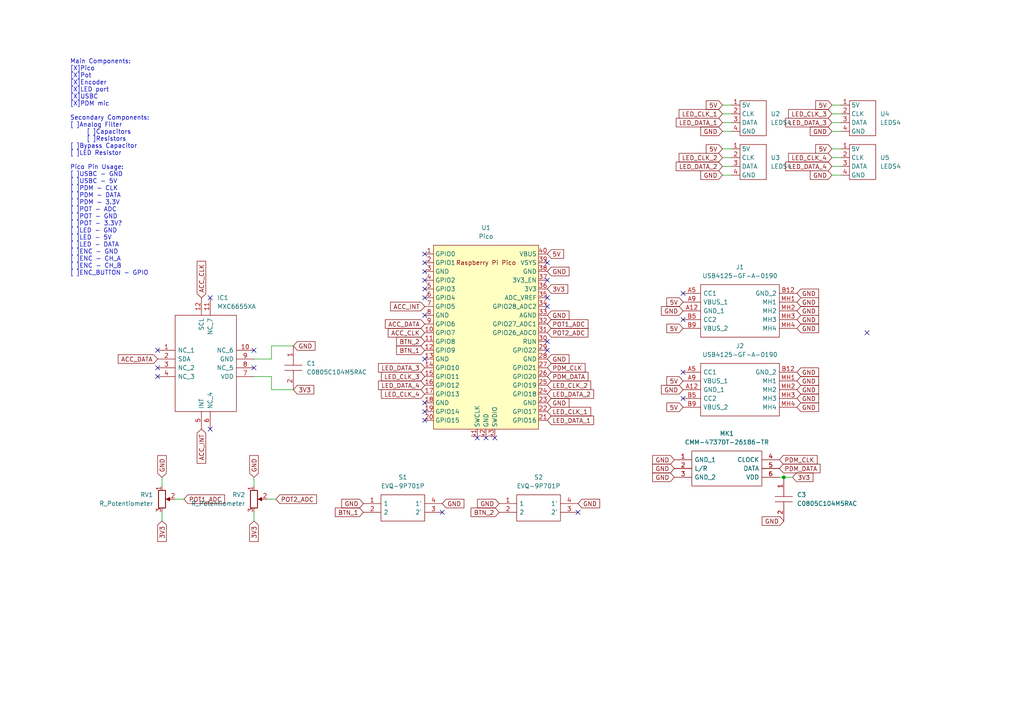
<source format=kicad_sch>
(kicad_sch (version 20211123) (generator eeschema)
  (paper "A4")
  (lib_symbols
    (symbol "CustomParts:LEDS4"
      (property "Reference" "U" (at 0 0 0))
      (property "Value" "LEDS4" (at 0 0 0))
      (symbol "LEDS4_0_1"
        (rectangle (start -3.81 -1.27) (end 3.81 -11.43))
      )
      (symbol "LEDS4_1_1"
        (pin input line (at -6.35 -2.54 0) (length 2.54) (name "5V") (number "1"))
        (pin input line (at -6.35 -5.08 0) (length 2.54) (name "CLK") (number "2"))
        (pin input line (at -6.35 -7.62 0) (length 2.54) (name "DATA") (number "3"))
        (pin input line (at -6.35 -10.16 0) (length 2.54) (name "GND") (number "4"))
      )
    )
    (symbol "Device:R_Potentiometer" (pin_names (offset 1.016) hide)
      (property "Reference" "RV" (at -4.445 0 90))
      (property "Value" "R_Potentiometer" (at -2.54 0 90))
      (symbol "R_Potentiometer_0_1"
        (polyline (pts (xy 2.54 0) (xy 1.524 0)))
        (polyline (pts (xy 1.143 0) (xy 2.286 0.508) (xy 2.286 -0.508) (xy 1.143 0)) (fill (type outline)))
        (rectangle (start 1.016 2.54) (end -1.016 -2.54) (stroke (width 0.254)))
      )
      (symbol "R_Potentiometer_1_1"
        (pin passive line (at 0 3.81 270) (length 1.27) (name "1") (number "1"))
        (pin passive line (at 3.81 0 180) (length 1.27) (name "2") (number "2"))
        (pin passive line (at 0 -3.81 90) (length 1.27) (name "3") (number "3"))
      )
    )
    (symbol "LEDS4_1"
      (property "Reference" "U" (at 0 0 0))
      (property "Value" "LEDS4_1" (at 0 0 0))
      (symbol "LEDS4_1_0_1"
        (rectangle (start -3.81 -1.27) (end 3.81 -11.43))
      )
      (symbol "LEDS4_1_1_1"
        (pin input line (at -6.35 -2.54 0) (length 2.54) (name "5V") (number "1"))
        (pin input line (at -6.35 -5.08 0) (length 2.54) (name "CLK") (number "2"))
        (pin input line (at -6.35 -7.62 0) (length 2.54) (name "DATA") (number "3"))
        (pin input line (at -6.35 -10.16 0) (length 2.54) (name "GND") (number "4"))
      )
    )
    (symbol "LEDS4_2"
      (property "Reference" "U" (at 0 0 0))
      (property "Value" "LEDS4_2" (at 0 0 0))
      (symbol "LEDS4_2_0_1"
        (rectangle (start -3.81 -1.27) (end 3.81 -11.43))
      )
      (symbol "LEDS4_2_1_1"
        (pin input line (at -6.35 -2.54 0) (length 2.54) (name "5V") (number "1"))
        (pin input line (at -6.35 -5.08 0) (length 2.54) (name "CLK") (number "2"))
        (pin input line (at -6.35 -7.62 0) (length 2.54) (name "DATA") (number "3"))
        (pin input line (at -6.35 -10.16 0) (length 2.54) (name "GND") (number "4"))
      )
    )
    (symbol "LEDS4_3"
      (property "Reference" "U" (at 0 0 0))
      (property "Value" "LEDS4_3" (at 0 0 0))
      (symbol "LEDS4_3_0_1"
        (rectangle (start -3.81 -1.27) (end 3.81 -11.43))
      )
      (symbol "LEDS4_3_1_1"
        (pin input line (at -6.35 -2.54 0) (length 2.54) (name "5V") (number "1"))
        (pin input line (at -6.35 -5.08 0) (length 2.54) (name "CLK") (number "2"))
        (pin input line (at -6.35 -7.62 0) (length 2.54) (name "DATA") (number "3"))
        (pin input line (at -6.35 -10.16 0) (length 2.54) (name "GND") (number "4"))
      )
    )
    (symbol "MCU_RaspberryPi_and_Boards:Pico"
      (property "Reference" "U" (at -13.97 27.94 0))
      (property "Value" "Pico" (at 0 19.05 0))
      (symbol "Pico_0_0"
        (text "Raspberry Pi Pico" (at 0 21.59 0) (effects (font (size 1.27 1.27))))
      )
      (symbol "Pico_0_1"
        (rectangle (start -15.24 26.67) (end 15.24 -26.67) (fill (type background)))
      )
      (symbol "Pico_1_1"
        (pin bidirectional line (at -17.78 24.13 0) (length 2.54) (name "GPIO0") (number "1"))
        (pin bidirectional line (at -17.78 1.27 0) (length 2.54) (name "GPIO7") (number "10"))
        (pin bidirectional line (at -17.78 -1.27 0) (length 2.54) (name "GPIO8") (number "11"))
        (pin bidirectional line (at -17.78 -3.81 0) (length 2.54) (name "GPIO9") (number "12"))
        (pin power_in line (at -17.78 -6.35 0) (length 2.54) (name "GND") (number "13"))
        (pin bidirectional line (at -17.78 -8.89 0) (length 2.54) (name "GPIO10") (number "14"))
        (pin bidirectional line (at -17.78 -11.43 0) (length 2.54) (name "GPIO11") (number "15"))
        (pin bidirectional line (at -17.78 -13.97 0) (length 2.54) (name "GPIO12") (number "16"))
        (pin bidirectional line (at -17.78 -16.51 0) (length 2.54) (name "GPIO13") (number "17"))
        (pin power_in line (at -17.78 -19.05 0) (length 2.54) (name "GND") (number "18"))
        (pin bidirectional line (at -17.78 -21.59 0) (length 2.54) (name "GPIO14") (number "19"))
        (pin bidirectional line (at -17.78 21.59 0) (length 2.54) (name "GPIO1") (number "2"))
        (pin bidirectional line (at -17.78 -24.13 0) (length 2.54) (name "GPIO15") (number "20"))
        (pin bidirectional line (at 17.78 -24.13 180) (length 2.54) (name "GPIO16") (number "21"))
        (pin bidirectional line (at 17.78 -21.59 180) (length 2.54) (name "GPIO17") (number "22"))
        (pin power_in line (at 17.78 -19.05 180) (length 2.54) (name "GND") (number "23"))
        (pin bidirectional line (at 17.78 -16.51 180) (length 2.54) (name "GPIO18") (number "24"))
        (pin bidirectional line (at 17.78 -13.97 180) (length 2.54) (name "GPIO19") (number "25"))
        (pin bidirectional line (at 17.78 -11.43 180) (length 2.54) (name "GPIO20") (number "26"))
        (pin bidirectional line (at 17.78 -8.89 180) (length 2.54) (name "GPIO21") (number "27"))
        (pin power_in line (at 17.78 -6.35 180) (length 2.54) (name "GND") (number "28"))
        (pin bidirectional line (at 17.78 -3.81 180) (length 2.54) (name "GPIO22") (number "29"))
        (pin power_in line (at -17.78 19.05 0) (length 2.54) (name "GND") (number "3"))
        (pin input line (at 17.78 -1.27 180) (length 2.54) (name "RUN") (number "30"))
        (pin bidirectional line (at 17.78 1.27 180) (length 2.54) (name "GPIO26_ADC0") (number "31"))
        (pin bidirectional line (at 17.78 3.81 180) (length 2.54) (name "GPIO27_ADC1") (number "32"))
        (pin power_in line (at 17.78 6.35 180) (length 2.54) (name "AGND") (number "33"))
        (pin bidirectional line (at 17.78 8.89 180) (length 2.54) (name "GPIO28_ADC2") (number "34"))
        (pin power_in line (at 17.78 11.43 180) (length 2.54) (name "ADC_VREF") (number "35"))
        (pin power_in line (at 17.78 13.97 180) (length 2.54) (name "3V3") (number "36"))
        (pin input line (at 17.78 16.51 180) (length 2.54) (name "3V3_EN") (number "37"))
        (pin bidirectional line (at 17.78 19.05 180) (length 2.54) (name "GND") (number "38"))
        (pin power_in line (at 17.78 21.59 180) (length 2.54) (name "VSYS") (number "39"))
        (pin bidirectional line (at -17.78 16.51 0) (length 2.54) (name "GPIO2") (number "4"))
        (pin power_in line (at 17.78 24.13 180) (length 2.54) (name "VBUS") (number "40"))
        (pin input line (at -2.54 -29.21 90) (length 2.54) (name "SWCLK") (number "41"))
        (pin power_in line (at 0 -29.21 90) (length 2.54) (name "GND") (number "42"))
        (pin bidirectional line (at 2.54 -29.21 90) (length 2.54) (name "SWDIO") (number "43"))
        (pin bidirectional line (at -17.78 13.97 0) (length 2.54) (name "GPIO3") (number "5"))
        (pin bidirectional line (at -17.78 11.43 0) (length 2.54) (name "GPIO4") (number "6"))
        (pin bidirectional line (at -17.78 8.89 0) (length 2.54) (name "GPIO5") (number "7"))
        (pin power_in line (at -17.78 6.35 0) (length 2.54) (name "GND") (number "8"))
        (pin bidirectional line (at -17.78 3.81 0) (length 2.54) (name "GPIO6") (number "9"))
      )
    )
    (symbol "SamacSys_Parts:C0805C104M5RAC" (pin_names (offset 0.762))
      (property "Reference" "C" (at 8.89 6.35 0))
      (property "Value" "C0805C104M5RAC" (at 8.89 3.81 0))
      (symbol "C0805C104M5RAC_0_0"
        (pin passive line (at 0 0 0) (length 5.08) (name "~") (number "1"))
        (pin passive line (at 12.7 0 180) (length 5.08) (name "~") (number "2"))
      )
      (symbol "C0805C104M5RAC_0_1"
        (polyline (pts (xy 5.08 0) (xy 5.588 0)) (stroke (width 0.1524)))
        (polyline (pts (xy 5.588 2.54) (xy 5.588 -2.54)) (stroke (width 0.1524)))
        (polyline (pts (xy 7.112 0) (xy 7.62 0)) (stroke (width 0.1524)))
        (polyline (pts (xy 7.112 2.54) (xy 7.112 -2.54)) (stroke (width 0.1524)))
      )
    )
    (symbol "SamacSys_Parts:CMM-4737DT-26186-TR" (pin_names (offset 0.762))
      (property "Reference" "MK" (at 26.67 7.62 0))
      (property "Value" "CMM-4737DT-26186-TR" (at 26.67 5.08 0))
      (symbol "CMM-4737DT-26186-TR_0_0"
        (pin passive line (at 0 0 0) (length 5.08) (name "GND_1") (number "1"))
        (pin passive line (at 0 -2.54 0) (length 5.08) (name "L/R") (number "2"))
        (pin passive line (at 0 -5.08 0) (length 5.08) (name "GND_2") (number "3"))
        (pin passive line (at 30.48 0 180) (length 5.08) (name "CLOCK") (number "4"))
        (pin passive line (at 30.48 -2.54 180) (length 5.08) (name "DATA") (number "5"))
        (pin passive line (at 30.48 -5.08 180) (length 5.08) (name "VDD") (number "6"))
      )
      (symbol "CMM-4737DT-26186-TR_0_1"
        (polyline (pts (xy 5.08 2.54) (xy 25.4 2.54) (xy 25.4 -7.62) (xy 5.08 -7.62) (xy 5.08 2.54)) (stroke (width 0.1524)))
      )
    )
    (symbol "SamacSys_Parts:EVQ-9P701P" (pin_names (offset 0.762))
      (property "Reference" "S" (at 19.05 7.62 0))
      (property "Value" "EVQ-9P701P" (at 19.05 5.08 0))
      (symbol "EVQ-9P701P_0_0"
        (pin passive line (at 0 0 0) (length 5.08) (name "1") (number "1"))
        (pin passive line (at 0 -2.54 0) (length 5.08) (name "2") (number "2"))
        (pin passive line (at 22.86 -2.54 180) (length 5.08) (name "2'") (number "3"))
        (pin passive line (at 22.86 0 180) (length 5.08) (name "1'") (number "4"))
      )
      (symbol "EVQ-9P701P_0_1"
        (polyline (pts (xy 5.08 2.54) (xy 17.78 2.54) (xy 17.78 -5.08) (xy 5.08 -5.08) (xy 5.08 2.54)) (stroke (width 0.1524)))
      )
    )
    (symbol "SamacSys_Parts:MXC6655XA" (pin_names (offset 0.762))
      (property "Reference" "IC" (at 24.13 15.24 0))
      (property "Value" "MXC6655XA" (at 24.13 12.7 0))
      (symbol "MXC6655XA_0_0"
        (pin passive line (at 0 0 0) (length 5.08) (name "NC_1") (number "1"))
        (pin passive line (at 27.94 0 180) (length 5.08) (name "NC_6") (number "10"))
        (pin passive line (at 15.24 15.24 270) (length 5.08) (name "NC_7") (number "11"))
        (pin passive line (at 12.7 15.24 270) (length 5.08) (name "SCL") (number "12"))
        (pin passive line (at 0 -2.54 0) (length 5.08) (name "SDA") (number "2"))
        (pin passive line (at 0 -5.08 0) (length 5.08) (name "NC_2") (number "3"))
        (pin passive line (at 0 -7.62 0) (length 5.08) (name "NC_3") (number "4"))
        (pin passive line (at 12.7 -22.86 90) (length 5.08) (name "INT") (number "5"))
        (pin passive line (at 15.24 -22.86 90) (length 5.08) (name "NC_4") (number "6"))
        (pin passive line (at 27.94 -7.62 180) (length 5.08) (name "VDD") (number "7"))
        (pin passive line (at 27.94 -5.08 180) (length 5.08) (name "NC_5") (number "8"))
        (pin passive line (at 27.94 -2.54 180) (length 5.08) (name "GND") (number "9"))
      )
      (symbol "MXC6655XA_0_1"
        (polyline (pts (xy 5.08 10.16) (xy 22.86 10.16) (xy 22.86 -17.78) (xy 5.08 -17.78) (xy 5.08 10.16)) (stroke (width 0.1524)))
      )
    )
    (symbol "SamacSys_Parts:USB4125-GF-A-0190" (pin_names (offset 0.762))
      (property "Reference" "J" (at 29.21 7.62 0))
      (property "Value" "USB4125-GF-A-0190" (at 29.21 5.08 0))
      (symbol "USB4125-GF-A-0190_0_0"
        (pin passive line (at 0 -5.08 0) (length 5.08) (name "GND_1") (number "A12"))
        (pin passive line (at 0 0 0) (length 5.08) (name "CC1") (number "A5"))
        (pin passive line (at 0 -2.54 0) (length 5.08) (name "VBUS_1") (number "A9"))
        (pin passive line (at 33.02 0 180) (length 5.08) (name "GND_2") (number "B12"))
        (pin passive line (at 0 -7.62 0) (length 5.08) (name "CC2") (number "B5"))
        (pin passive line (at 0 -10.16 0) (length 5.08) (name "VBUS_2") (number "B9"))
        (pin passive line (at 33.02 -2.54 180) (length 5.08) (name "MH1") (number "MH1"))
        (pin passive line (at 33.02 -5.08 180) (length 5.08) (name "MH2") (number "MH2"))
        (pin passive line (at 33.02 -7.62 180) (length 5.08) (name "MH3") (number "MH3"))
        (pin passive line (at 33.02 -10.16 180) (length 5.08) (name "MH4") (number "MH4"))
      )
      (symbol "USB4125-GF-A-0190_0_1"
        (polyline (pts (xy 5.08 2.54) (xy 27.94 2.54) (xy 27.94 -12.7) (xy 5.08 -12.7) (xy 5.08 2.54)) (stroke (width 0.1524)))
      )
    )
  )
  (junction (at 227.33 138.43))
  (no_connect (at 158.75 101.6))
  (no_connect (at 123.19 121.92))
  (no_connect (at 251.46 96.52))
  (no_connect (at 123.19 83.82))
  (no_connect (at 45.72 106.68))
  (no_connect (at 45.72 109.22))
  (no_connect (at 60.96 124.46))
  (no_connect (at 60.96 86.36))
  (no_connect (at 73.66 101.6))
  (no_connect (at 73.66 106.68))
  (no_connect (at 45.72 101.6))
  (no_connect (at 167.64 148.59))
  (no_connect (at 128.27 148.59))
  (no_connect (at 123.19 116.84))
  (no_connect (at 123.19 86.36))
  (no_connect (at 158.75 88.9))
  (no_connect (at 123.19 81.28))
  (no_connect (at 123.19 119.38))
  (no_connect (at 198.12 92.71))
  (no_connect (at 198.12 85.09))
  (no_connect (at 123.19 73.66))
  (no_connect (at 123.19 76.2))
  (no_connect (at 123.19 78.74))
  (no_connect (at 123.19 104.14))
  (no_connect (at 123.19 91.44))
  (no_connect (at 158.75 86.36))
  (no_connect (at 140.97 127))
  (no_connect (at 143.51 127))
  (no_connect (at 138.43 127))
  (no_connect (at 158.75 99.06))
  (no_connect (at 198.12 107.95))
  (no_connect (at 198.12 115.57))
  (no_connect (at 158.75 76.2))
  (no_connect (at 158.75 81.28))
  (wire (pts (xy 241.3 43.18) (xy 243.84 43.18)))
  (wire (pts (xy 78.74 100.33) (xy 85.09 100.33)))
  (wire (pts (xy 78.74 109.22) (xy 78.74 113.03)))
  (wire (pts (xy 241.3 30.48) (xy 243.84 30.48)))
  (wire (pts (xy 77.47 144.78) (xy 80.01 144.78)))
  (wire (pts (xy 73.66 138.43) (xy 73.66 140.97)))
  (wire (pts (xy 209.55 35.56) (xy 212.09 35.56)))
  (wire (pts (xy 241.3 48.26) (xy 243.84 48.26)))
  (wire (pts (xy 209.55 38.1) (xy 212.09 38.1)))
  (wire (pts (xy 241.3 35.56) (xy 243.84 35.56)))
  (wire (pts (xy 241.3 50.8) (xy 243.84 50.8)))
  (wire (pts (xy 209.55 48.26) (xy 212.09 48.26)))
  (wire (pts (xy 46.99 148.59) (xy 46.99 151.13)))
  (wire (pts (xy 209.55 30.48) (xy 212.09 30.48)))
  (wire (pts (xy 227.33 138.43) (xy 226.06 138.43)))
  (wire (pts (xy 209.55 50.8) (xy 212.09 50.8)))
  (wire (pts (xy 73.66 148.59) (xy 73.66 151.13)))
  (wire (pts (xy 229.87 138.43) (xy 227.33 138.43)))
  (wire (pts (xy 73.66 109.22) (xy 78.74 109.22)))
  (wire (pts (xy 73.66 104.14) (xy 78.74 104.14)))
  (wire (pts (xy 50.8 144.78) (xy 53.34 144.78)))
  (wire (pts (xy 78.74 104.14) (xy 78.74 100.33)))
  (wire (pts (xy 209.55 43.18) (xy 212.09 43.18)))
  (wire (pts (xy 78.74 113.03) (xy 85.09 113.03)))
  (wire (pts (xy 241.3 38.1) (xy 243.84 38.1)))
  (wire (pts (xy 209.55 33.02) (xy 212.09 33.02)))
  (wire (pts (xy 209.55 45.72) (xy 212.09 45.72)))
  (wire (pts (xy 241.3 45.72) (xy 243.84 45.72)))
  (wire (pts (xy 46.99 138.43) (xy 46.99 140.97)))
  (wire (pts (xy 241.3 33.02) (xy 243.84 33.02)))
  (text "Main Components:\n[X]Pico\n[X]Pot\n[X]Encoder\n[X]LED port\n[X]USBC\n[X]PDM mic\n\nSecondary Components:\n[ ]Analog Filter\n	[ ]Capacitors\n	[ ]Resistors\n[ ]Bypass Capacitor\n[ ]LED Resistor\n\nPico Pin Usage:\n[ ]USBC - GND\n[ ]USBC - 5V\n[ ]PDM - CLK\n[ ]PDM - DATA\n[ ]PDM - 3.3V\n[ ]POT - ADC\n[ ]POT - GND\n[ ]POT - 3.3V?\n[ ]LED - GND\n[ ]LED - 5V\n[ ]LED - DATA\n[ ]ENC - GND\n[ ]ENC - CH_A\n[ ]ENC - CH_B\n[ ]ENC_BUTTON - GPIO\n" (at 20.32 80.01 0) (effects (font (size 1.27 1.27)) (justify left bottom)))
  (global_label "GND" (shape input) (at 231.14 118.11 0) (property "Intersheet References" "${INTERSHEET_REFS}" (effects hide)))
  (global_label "LED_CLK_1" (shape input) (at 158.75 119.38 0) (property "Intersheet References" "${INTERSHEET_REFS}" (effects hide)))
  (global_label "BTN_2" (shape input) (at 144.78 148.59 180) (property "Intersheet References" "${INTERSHEET_REFS}" (effects hide)))
  (global_label "GND" (shape input) (at 167.64 146.05 0) (property "Intersheet References" "${INTERSHEET_REFS}" (effects hide)))
  (global_label "GND" (shape input) (at 231.14 92.71 0) (property "Intersheet References" "${INTERSHEET_REFS}" (effects hide)))
  (global_label "LED_DATA_3" (shape input) (at 123.19 106.68 180) (property "Intersheet References" "${INTERSHEET_REFS}" (effects hide)))
  (global_label "LED_CLK_3" (shape input) (at 241.3 33.02 180) (property "Intersheet References" "${INTERSHEET_REFS}" (effects hide)))
  (global_label "ACC_INT" (shape input) (at 58.42 124.46 270) (property "Intersheet References" "${INTERSHEET_REFS}" (effects hide)))
  (global_label "POT1_ADC" (shape input) (at 53.34 144.78 0) (property "Intersheet References" "${INTERSHEET_REFS}" (effects hide)))
  (global_label "GND" (shape input) (at 105.41 146.05 180) (property "Intersheet References" "${INTERSHEET_REFS}" (effects hide)))
  (global_label "GND" (shape input) (at 46.99 138.43 90) (property "Intersheet References" "${INTERSHEET_REFS}" (effects hide)))
  (global_label "LED_DATA_1" (shape input) (at 158.75 121.92 0) (property "Intersheet References" "${INTERSHEET_REFS}" (effects hide)))
  (global_label "GND" (shape input) (at 227.33 151.13 180) (property "Intersheet References" "${INTERSHEET_REFS}" (effects hide)))
  (global_label "3V3" (shape input) (at 46.99 151.13 270) (property "Intersheet References" "${INTERSHEET_REFS}" (effects hide)))
  (global_label "GND" (shape input) (at 85.09 100.33 0) (property "Intersheet References" "${INTERSHEET_REFS}" (effects hide)))
  (global_label "ACC_CLK" (shape input) (at 123.19 96.52 180) (property "Intersheet References" "${INTERSHEET_REFS}" (effects hide)))
  (global_label "PDM_CLK" (shape input) (at 226.06 133.35 0) (property "Intersheet References" "${INTERSHEET_REFS}" (effects hide)))
  (global_label "LED_CLK_1" (shape input) (at 209.55 33.02 180) (property "Intersheet References" "${INTERSHEET_REFS}" (effects hide)))
  (global_label "LED_DATA_4" (shape input) (at 123.19 111.76 180) (property "Intersheet References" "${INTERSHEET_REFS}" (effects hide)))
  (global_label "ACC_CLK" (shape input) (at 58.42 86.36 90) (property "Intersheet References" "${INTERSHEET_REFS}" (effects hide)))
  (global_label "GND" (shape input) (at 73.66 138.43 90) (property "Intersheet References" "${INTERSHEET_REFS}" (effects hide)))
  (global_label "GND" (shape input) (at 158.75 91.44 0) (property "Intersheet References" "${INTERSHEET_REFS}" (effects hide)))
  (global_label "BTN_1" (shape input) (at 105.41 148.59 180) (property "Intersheet References" "${INTERSHEET_REFS}" (effects hide)))
  (global_label "GND" (shape input) (at 241.3 38.1 180) (property "Intersheet References" "${INTERSHEET_REFS}" (effects hide)))
  (global_label "5V" (shape input) (at 158.75 73.66 0) (property "Intersheet References" "${INTERSHEET_REFS}" (effects hide)))
  (global_label "5V" (shape input) (at 209.55 43.18 180) (property "Intersheet References" "${INTERSHEET_REFS}" (effects hide)))
  (global_label "LED_CLK_2" (shape input) (at 158.75 111.76 0) (property "Intersheet References" "${INTERSHEET_REFS}" (effects hide)))
  (global_label "PDM_DATA" (shape input) (at 158.75 109.22 0) (property "Intersheet References" "${INTERSHEET_REFS}" (effects hide)))
  (global_label "LED_CLK_3" (shape input) (at 123.19 109.22 180) (property "Intersheet References" "${INTERSHEET_REFS}" (effects hide)))
  (global_label "5V" (shape input) (at 241.3 43.18 180) (property "Intersheet References" "${INTERSHEET_REFS}" (effects hide)))
  (global_label "GND" (shape input) (at 209.55 50.8 180) (property "Intersheet References" "${INTERSHEET_REFS}" (effects hide)))
  (global_label "GND" (shape input) (at 158.75 116.84 0) (property "Intersheet References" "${INTERSHEET_REFS}" (effects hide)))
  (global_label "POT2_ADC" (shape input) (at 80.01 144.78 0) (property "Intersheet References" "${INTERSHEET_REFS}" (effects hide)))
  (global_label "LED_CLK_4" (shape input) (at 241.3 45.72 180) (property "Intersheet References" "${INTERSHEET_REFS}" (effects hide)))
  (global_label "GND" (shape input) (at 231.14 115.57 0) (property "Intersheet References" "${INTERSHEET_REFS}" (effects hide)))
  (global_label "GND" (shape input) (at 231.14 90.17 0) (property "Intersheet References" "${INTERSHEET_REFS}" (effects hide)))
  (global_label "5V" (shape input) (at 209.55 30.48 180) (property "Intersheet References" "${INTERSHEET_REFS}" (effects hide)))
  (global_label "POT1_ADC" (shape input) (at 158.75 93.98 0) (property "Intersheet References" "${INTERSHEET_REFS}" (effects hide)))
  (global_label "LED_CLK_2" (shape input) (at 209.55 45.72 180) (property "Intersheet References" "${INTERSHEET_REFS}" (effects hide)))
  (global_label "GND" (shape input) (at 195.58 138.43 180) (property "Intersheet References" "${INTERSHEET_REFS}" (effects hide)))
  (global_label "5V" (shape input) (at 241.3 30.48 180) (property "Intersheet References" "${INTERSHEET_REFS}" (effects hide)))
  (global_label "5V" (shape input) (at 198.12 87.63 180) (property "Intersheet References" "${INTERSHEET_REFS}" (effects hide)))
  (global_label "POT2_ADC" (shape input) (at 158.75 96.52 0) (property "Intersheet References" "${INTERSHEET_REFS}" (effects hide)))
  (global_label "LED_DATA_1" (shape input) (at 209.55 35.56 180) (property "Intersheet References" "${INTERSHEET_REFS}" (effects hide)))
  (global_label "GND" (shape input) (at 231.14 110.49 0) (property "Intersheet References" "${INTERSHEET_REFS}" (effects hide)))
  (global_label "LED_DATA_3" (shape input) (at 241.3 35.56 180) (property "Intersheet References" "${INTERSHEET_REFS}" (effects hide)))
  (global_label "3V3" (shape input) (at 85.09 113.03 0) (property "Intersheet References" "${INTERSHEET_REFS}" (effects hide)))
  (global_label "5V" (shape input) (at 198.12 110.49 180) (property "Intersheet References" "${INTERSHEET_REFS}" (effects hide)))
  (global_label "GND" (shape input) (at 158.75 78.74 0) (property "Intersheet References" "${INTERSHEET_REFS}" (effects hide)))
  (global_label "LED_DATA_2" (shape input) (at 158.75 114.3 0) (property "Intersheet References" "${INTERSHEET_REFS}" (effects hide)))
  (global_label "3V3" (shape input) (at 229.87 138.43 0) (property "Intersheet References" "${INTERSHEET_REFS}" (effects hide)))
  (global_label "GND" (shape input) (at 158.75 104.14 0) (property "Intersheet References" "${INTERSHEET_REFS}" (effects hide)))
  (global_label "GND" (shape input) (at 198.12 113.03 180) (property "Intersheet References" "${INTERSHEET_REFS}" (effects hide)))
  (global_label "ACC_DATA" (shape input) (at 123.19 93.98 180) (property "Intersheet References" "${INTERSHEET_REFS}" (effects hide)))
  (global_label "BTN_1" (shape input) (at 123.19 101.6 180) (property "Intersheet References" "${INTERSHEET_REFS}" (effects hide)))
  (global_label "PDM_CLK" (shape input) (at 158.75 106.68 0) (property "Intersheet References" "${INTERSHEET_REFS}" (effects hide)))
  (global_label "GND" (shape input) (at 195.58 135.89 180) (property "Intersheet References" "${INTERSHEET_REFS}" (effects hide)))
  (global_label "GND" (shape input) (at 231.14 95.25 0) (property "Intersheet References" "${INTERSHEET_REFS}" (effects hide)))
  (global_label "ACC_DATA" (shape input) (at 45.72 104.14 180) (property "Intersheet References" "${INTERSHEET_REFS}" (effects hide)))
  (global_label "5V" (shape input) (at 198.12 95.25 180) (property "Intersheet References" "${INTERSHEET_REFS}" (effects hide)))
  (global_label "GND" (shape input) (at 241.3 50.8 180) (property "Intersheet References" "${INTERSHEET_REFS}" (effects hide)))
  (global_label "ACC_INT" (shape input) (at 123.19 88.9 180) (property "Intersheet References" "${INTERSHEET_REFS}" (effects hide)))
  (global_label "LED_DATA_4" (shape input) (at 241.3 48.26 180) (property "Intersheet References" "${INTERSHEET_REFS}" (effects hide)))
  (global_label "GND" (shape input) (at 231.14 85.09 0) (property "Intersheet References" "${INTERSHEET_REFS}" (effects hide)))
  (global_label "LED_DATA_2" (shape input) (at 209.55 48.26 180) (property "Intersheet References" "${INTERSHEET_REFS}" (effects hide)))
  (global_label "5V" (shape input) (at 198.12 118.11 180) (property "Intersheet References" "${INTERSHEET_REFS}" (effects hide)))
  (global_label "GND" (shape input) (at 128.27 146.05 0) (property "Intersheet References" "${INTERSHEET_REFS}" (effects hide)))
  (global_label "GND" (shape input) (at 195.58 133.35 180) (property "Intersheet References" "${INTERSHEET_REFS}" (effects hide)))
  (global_label "GND" (shape input) (at 231.14 113.03 0) (property "Intersheet References" "${INTERSHEET_REFS}" (effects hide)))
  (global_label "LED_CLK_4" (shape input) (at 123.19 114.3 180) (property "Intersheet References" "${INTERSHEET_REFS}" (effects hide)))
  (global_label "GND" (shape input) (at 231.14 87.63 0) (property "Intersheet References" "${INTERSHEET_REFS}" (effects hide)))
  (global_label "GND" (shape input) (at 144.78 146.05 180) (property "Intersheet References" "${INTERSHEET_REFS}" (effects hide)))
  (global_label "3V3" (shape input) (at 158.75 83.82 0) (property "Intersheet References" "${INTERSHEET_REFS}" (effects hide)))
  (global_label "GND" (shape input) (at 198.12 90.17 180) (property "Intersheet References" "${INTERSHEET_REFS}" (effects hide)))
  (global_label "PDM_DATA" (shape input) (at 226.06 135.89 0) (property "Intersheet References" "${INTERSHEET_REFS}" (effects hide)))
  (global_label "GND" (shape input) (at 209.55 38.1 180) (property "Intersheet References" "${INTERSHEET_REFS}" (effects hide)))
  (global_label "BTN_2" (shape input) (at 123.19 99.06 180) (property "Intersheet References" "${INTERSHEET_REFS}" (effects hide)))
  (global_label "GND" (shape input) (at 231.14 107.95 0) (property "Intersheet References" "${INTERSHEET_REFS}" (effects hide)))
  (global_label "3V3" (shape input) (at 73.66 151.13 270) (property "Intersheet References" "${INTERSHEET_REFS}" (effects hide)))
  (symbol (lib_name "LEDS4_2") (lib_id "CustomParts:LEDS4") (at 250.19 40.64 0) (unit 1)
    (property "Reference" "U5" (at 255.27 45.7199 0) (effects (justify left)))
    (property "Value" "LEDS4" (at 255.27 48.2599 0) (effects (justify left)))
    (property "Footprint" "SamacSys_Parts:LEDS4" (effects hide))
  )
  (symbol (lib_name "LEDS4_1") (lib_id "CustomParts:LEDS4") (at 250.19 27.94 0) (unit 1)
    (property "Reference" "U4" (at 255.27 33.0199 0) (effects (justify left)))
    (property "Value" "LEDS4" (at 255.27 35.5599 0) (effects (justify left)))
    (property "Footprint" "SamacSys_Parts:LEDS4" (effects hide))
  )
  (symbol (lib_id "Device:R_Potentiometer") (at 46.99 144.78 0) (unit 1)
    (property "Reference" "RV1" (at 44.45 143.5099 0) (effects (justify right)))
    (property "Value" "R_Potentiometer" (at 44.45 146.0499 0) (effects (justify right)))
    (property "Footprint" "Varistor:3352T-1-104LF" (effects hide))
  )
  (symbol (lib_id "SamacSys_Parts:C0805C104M5RAC") (at 227.33 138.43 270) (unit 1)
    (property "Reference" "C3" (at 231.14 143.5099 90) (effects (justify left)))
    (property "Value" "C0805C104M5RAC" (at 231.14 146.0499 90) (effects (justify left)))
    (property "Footprint" "SamacSys_Parts:CAPC2012X88N" (effects hide))
    (property "Datasheet" "https://connect.kemet.com:7667/gateway/IntelliData-ComponentDocumentation/1.0/download/specsheet/C0805C104M5RAC%7bBULK%7d" (effects hide))
    (property "Description" "Multilayer Ceramic Capacitors MLCC - SMD/SMT 50V 0.1uF X7R 0805 20%" (effects hide))
    (property "Height" "0.88" (effects hide))
    (property "Mouser Part Number" "80-C0805C104M5RAC" (effects hide))
    (property "Mouser Price/Stock" "https://www.mouser.co.uk/ProductDetail/KEMET/C0805C104M5RAC?qs=VOOUd%252Bza08rWzt4y8eXMuQ%3D%3D" (effects hide))
    (property "Manufacturer_Name" "KEMET" (effects hide))
    (property "Manufacturer_Part_Number" "C0805C104M5RAC" (effects hide))
  )
  (symbol (lib_name "LEDS4_3") (lib_id "CustomParts:LEDS4") (at 218.44 27.94 0) (unit 1)
    (property "Reference" "U2" (at 223.52 33.0199 0) (effects (justify left)))
    (property "Value" "LEDS4" (at 223.52 35.5599 0) (effects (justify left)))
    (property "Footprint" "SamacSys_Parts:LEDS4" (effects hide))
  )
  (symbol (lib_id "Device:R_Potentiometer") (at 73.66 144.78 0) (unit 1)
    (property "Reference" "RV2" (at 71.12 143.5099 0) (effects (justify right)))
    (property "Value" "R_Potentiometer" (at 71.12 146.0499 0) (effects (justify right)))
    (property "Footprint" "Varistor:3352T-1-104LF" (effects hide))
  )
  (symbol (lib_id "SamacSys_Parts:USB4125-GF-A-0190") (at 198.12 107.95 0) (unit 1)
    (property "Reference" "J2" (at 214.63 100.33 0))
    (property "Value" "USB4125-GF-A-0190" (at 214.63 102.87 0))
    (property "Footprint" "SamacSys_Parts:USB4125GFA0190" (effects hide))
    (property "Description" "USB Connectors USB C Rec GF RA 6P SMT TH Stakes 1.9mm" (effects hide))
    (property "Height" "3.41" (effects hide))
    (property "Mouser Part Number" "640-USB4125-GF-A-190" (effects hide))
    (property "Mouser Price/Stock" "https://www.mouser.co.uk/ProductDetail/GCT/USB4125-GF-A-0190?qs=QNEnbhJQKvbCz4hEJBS24w%3D%3D" (effects hide))
    (property "Manufacturer_Name" "GCT (GLOBAL CONNECTOR TECHNOLOGY)" (effects hide))
    (property "Manufacturer_Part_Number" "USB4125-GF-A-0190" (effects hide))
  )
  (symbol (lib_id "SamacSys_Parts:EVQ-9P701P") (at 105.41 146.05 0) (unit 1)
    (property "Reference" "S1" (at 116.84 138.43 0))
    (property "Value" "EVQ-9P701P" (at 116.84 140.97 0))
    (property "Footprint" "EVQ-9P701P" (effects hide))
    (property "Datasheet" "https://industrial.panasonic.com/cdbs/www-data/pdf/ATK0000/ATK0000C378.pdf" (effects hide))
    (property "Description" "Tactile Switches SMD 3.5X2.9MM SID-OP L SHAPED TERM 1.6N" (effects hide))
    (property "Mouser Part Number" "667-EVQ-9P701P" (effects hide))
    (property "Mouser Price/Stock" "https://www.mouser.co.uk/ProductDetail/Panasonic/EVQ-9P701P?qs=NPkb10g2yLBKCwpELvsGNg%3D%3D" (effects hide))
    (property "Manufacturer_Name" "Panasonic" (effects hide))
    (property "Manufacturer_Part_Number" "EVQ-9P701P" (effects hide))
  )
  (symbol (lib_id "SamacSys_Parts:USB4125-GF-A-0190") (at 198.12 85.09 0) (unit 1)
    (property "Reference" "J1" (at 214.63 77.47 0))
    (property "Value" "USB4125-GF-A-0190" (at 214.63 80.01 0))
    (property "Footprint" "SamacSys_Parts:USB4125GFA0190" (effects hide))
    (property "Description" "USB Connectors USB C Rec GF RA 6P SMT TH Stakes 1.9mm" (effects hide))
    (property "Height" "3.41" (effects hide))
    (property "Mouser Part Number" "640-USB4125-GF-A-190" (effects hide))
    (property "Mouser Price/Stock" "https://www.mouser.co.uk/ProductDetail/GCT/USB4125-GF-A-0190?qs=QNEnbhJQKvbCz4hEJBS24w%3D%3D" (effects hide))
    (property "Manufacturer_Name" "GCT (GLOBAL CONNECTOR TECHNOLOGY)" (effects hide))
    (property "Manufacturer_Part_Number" "USB4125-GF-A-0190" (effects hide))
  )
  (symbol (lib_id "SamacSys_Parts:MXC6655XA") (at 45.72 101.6 0) (unit 1)
    (property "Reference" "IC1" (at 62.9794 86.36 0) (effects (justify left)))
    (property "Value" "MXC6655XA" (at 62.9794 88.9 0) (effects (justify left)))
    (property "Footprint" "MXC6655XA" (effects hide))
    (property "Datasheet" "http://www.memsic.com/uploadfiles/2020/08/20200828111019223.pdf" (effects hide))
    (property "Description" "Accelerometers Digital Three-Axis Accelerometer" (effects hide))
    (property "Height" "1" (effects hide))
    (property "Mouser Part Number" "438-MXC6655XA" (effects hide))
    (property "Mouser Price/Stock" "https://www.mouser.co.uk/ProductDetail/MEMSIC/MXC6655XA?qs=GedFDFLaBXEnQOsYk6qHTg%3D%3D" (effects hide))
    (property "Manufacturer_Name" "MEMSIC" (effects hide))
    (property "Manufacturer_Part_Number" "MXC6655XA" (effects hide))
  )
  (symbol (lib_id "CustomParts:LEDS4") (at 218.44 40.64 0) (unit 1)
    (property "Reference" "U3" (at 223.52 45.7199 0) (effects (justify left)))
    (property "Value" "LEDS4" (at 223.52 48.2599 0) (effects (justify left)))
    (property "Footprint" "SamacSys_Parts:LEDS4" (effects hide))
  )
  (symbol (lib_id "SamacSys_Parts:C0805C104M5RAC") (at 85.09 100.33 270) (unit 1)
    (property "Reference" "C1" (at 88.9 105.4099 90) (effects (justify left)))
    (property "Value" "C0805C104M5RAC" (at 88.9 107.9499 90) (effects (justify left)))
    (property "Footprint" "Capacitor_SMD:C_0805_2012Metric" (effects hide))
    (property "Datasheet" "https://connect.kemet.com:7667/gateway/IntelliData-ComponentDocumentation/1.0/download/specsheet/C0805C104M5RAC%7bBULK%7d" (effects hide))
    (property "Description" "Multilayer Ceramic Capacitors MLCC - SMD/SMT 50V 0.1uF X7R 0805 20%" (effects hide))
    (property "Height" "0.88" (effects hide))
    (property "Mouser Part Number" "80-C0805C104M5RAC" (effects hide))
    (property "Mouser Price/Stock" "https://www.mouser.co.uk/ProductDetail/KEMET/C0805C104M5RAC?qs=VOOUd%252Bza08rWzt4y8eXMuQ%3D%3D" (effects hide))
    (property "Manufacturer_Name" "KEMET" (effects hide))
    (property "Manufacturer_Part_Number" "C0805C104M5RAC" (effects hide))
  )
  (symbol (lib_id "SamacSys_Parts:EVQ-9P701P") (at 144.78 146.05 0) (unit 1)
    (property "Reference" "S2" (at 156.21 138.43 0))
    (property "Value" "EVQ-9P701P" (at 156.21 140.97 0))
    (property "Footprint" "EVQ-9P701P" (effects hide))
    (property "Datasheet" "https://industrial.panasonic.com/cdbs/www-data/pdf/ATK0000/ATK0000C378.pdf" (effects hide))
    (property "Description" "Tactile Switches SMD 3.5X2.9MM SID-OP L SHAPED TERM 1.6N" (effects hide))
    (property "Mouser Part Number" "667-EVQ-9P701P" (effects hide))
    (property "Mouser Price/Stock" "https://www.mouser.co.uk/ProductDetail/Panasonic/EVQ-9P701P?qs=NPkb10g2yLBKCwpELvsGNg%3D%3D" (effects hide))
    (property "Manufacturer_Name" "Panasonic" (effects hide))
    (property "Manufacturer_Part_Number" "EVQ-9P701P" (effects hide))
  )
  (symbol (lib_id "MCU_RaspberryPi_and_Boards:Pico") (at 140.97 97.79 0) (unit 1)
    (property "Reference" "U1" (at 140.97 66.04 0))
    (property "Value" "Pico" (at 140.97 68.58 0))
    (property "Footprint" "MCU_RaspberryPi_and_Boards:RPi_Pico_SMD_TH_removes2" (effects hide))
  )
  (symbol (lib_id "SamacSys_Parts:CMM-4737DT-26186-TR") (at 195.58 133.35 0) (unit 1)
    (property "Reference" "MK1" (at 210.82 125.73 0))
    (property "Value" "CMM-4737DT-26186-TR" (at 210.82 128.27 0))
    (property "Footprint" "SamacSys_Parts:CMM4737DT26186TR" (effects hide))
    (property "Datasheet" "https://www.cuidevices.com/product/resource/digikeypdf/cmm-4737dt-26186-tr.pdf" (effects hide))
    (property "Description" "MEMS Microphones MEMs Microphone 4.72x3.76mm 2Vdc SMT" (effects hide))
    (property "Height" "1.35" (effects hide))
    (property "Mouser Part Number" "490-CMM4737DT26186TR" (effects hide))
    (property "Mouser Price/Stock" "https://www.mouser.co.uk/ProductDetail/CUI-Devices/CMM-4737DT-26186-TR?qs=PqoDHHvF64%252Byt6%2FZe%252BNOsA%3D%3D" (effects hide))
    (property "Manufacturer_Name" "CUI Inc." (effects hide))
    (property "Manufacturer_Part_Number" "CMM-4737DT-26186-TR" (effects hide))
  )
)
</source>
